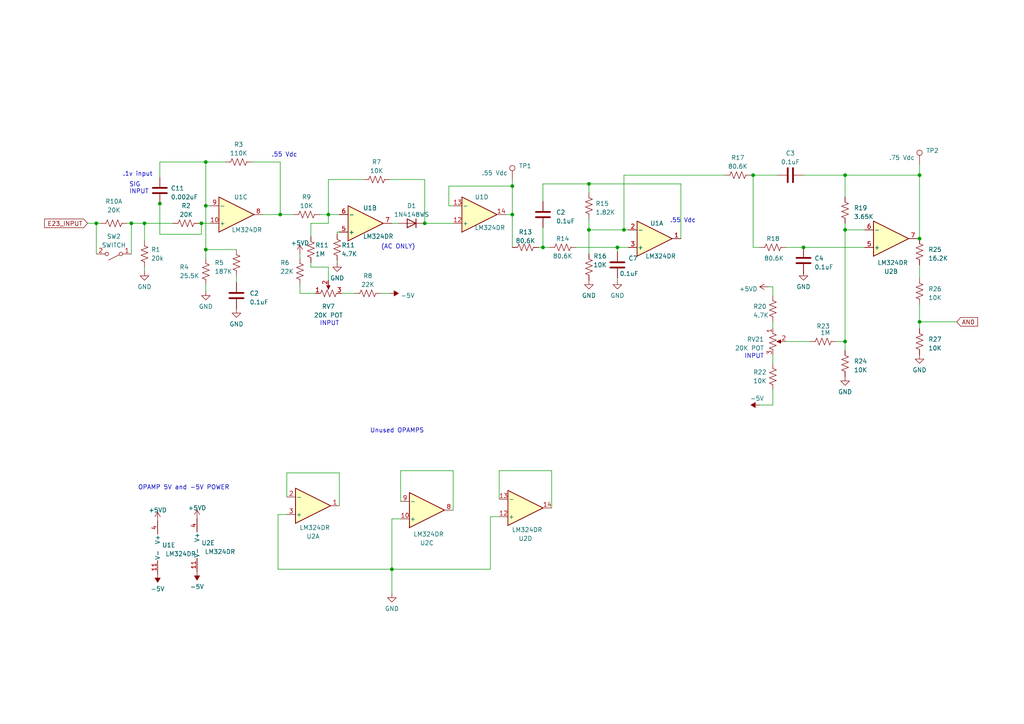
<source format=kicad_sch>
(kicad_sch (version 20231120) (generator "eeschema") (generator_version "8.0")
  (paper "A4")
  (title_block (title "Current Monitoring System (Bottom Board)") (date "2024-03-05") (rev "C1.04") (company "Secured Solutions Group") (comment 1 "David Nguyen") (comment 2 "david@securedsolutionsgroup.com") (comment 3 "(909)-896-1654"))
  (lib_symbols
    (symbol "Amplifier_Operational:LM324" (pin_names (offset 0.127))
      (property "Reference" "U" (at 0 5.08 0))
      (property "Value" "LM324" (at 0 -5.08 0))
      (symbol "LM324_1_1"
        (polyline (pts (xy -5.08 5.08) (xy 5.08 0) (xy -5.08 -5.08) (xy -5.08 5.08)) (stroke (width 0.254)) (fill (type background)))
        (pin output line (at 7.62 0 180) (length 2.54) (name "~") (number "1"))
        (pin input line (at -7.62 -2.54 0) (length 2.54) (name "-") (number "2"))
        (pin input line (at -7.62 2.54 0) (length 2.54) (name "+") (number "3"))
      )
      (symbol "LM324_2_1"
        (polyline (pts (xy -5.08 5.08) (xy 5.08 0) (xy -5.08 -5.08) (xy -5.08 5.08)) (stroke (width 0.254)) (fill (type background)))
        (pin input line (at -7.62 2.54 0) (length 2.54) (name "+") (number "5"))
        (pin input line (at -7.62 -2.54 0) (length 2.54) (name "-") (number "6"))
        (pin output line (at 7.62 0 180) (length 2.54) (name "~") (number "7"))
      )
      (symbol "LM324_3_1"
        (polyline (pts (xy -5.08 5.08) (xy 5.08 0) (xy -5.08 -5.08) (xy -5.08 5.08)) (stroke (width 0.254)) (fill (type background)))
        (pin input line (at -7.62 2.54 0) (length 2.54) (name "+") (number "10"))
        (pin output line (at 7.62 0 180) (length 2.54) (name "~") (number "8"))
        (pin input line (at -7.62 -2.54 0) (length 2.54) (name "-") (number "9"))
      )
      (symbol "LM324_4_1"
        (polyline (pts (xy -5.08 5.08) (xy 5.08 0) (xy -5.08 -5.08) (xy -5.08 5.08)) (stroke (width 0.254)) (fill (type background)))
        (pin input line (at -7.62 2.54 0) (length 2.54) (name "+") (number "12"))
        (pin input line (at -7.62 -2.54 0) (length 2.54) (name "-") (number "13"))
        (pin output line (at 7.62 0 180) (length 2.54) (name "~") (number "14"))
      )
      (symbol "LM324_5_1"
        (pin power_in line (at -2.54 -7.62 90) (length 3.81) (name "V-") (number "11"))
        (pin power_in line (at -2.54 7.62 270) (length 3.81) (name "V+") (number "4"))
      )
    )
    (symbol "Connector:TestPoint" (pin_numbers hide) (pin_names (offset 0.762) hide)
      (property "Reference" "TP" (at 0 6.858 0))
      (property "Value" "TestPoint" (at 0 5.08 0))
      (symbol "TestPoint_0_1"
        (circle (center 0 3.302) (radius 0.762))
      )
      (symbol "TestPoint_1_1"
        (pin passive line (at 0 0 90) (length 2.54) (name "1") (number "1"))
      )
    )
    (symbol "Device:C" (pin_numbers hide) (pin_names (offset 0.254))
      (property "Reference" "C" (at 0.635 2.54 0))
      (property "Value" "C" (at 0.635 -2.54 0))
      (symbol "C_0_1"
        (polyline (pts (xy -2.032 -0.762) (xy 2.032 -0.762)) (stroke (width 0.508)))
        (polyline (pts (xy -2.032 0.762) (xy 2.032 0.762)) (stroke (width 0.508)))
      )
      (symbol "C_1_1"
        (pin passive line (at 0 3.81 270) (length 2.794) (name "~") (number "1"))
        (pin passive line (at 0 -3.81 90) (length 2.794) (name "~") (number "2"))
      )
    )
    (symbol "Device:R_Potentiometer_US" (pin_names (offset 1.016) hide)
      (property "Reference" "RV" (at -4.445 0 90))
      (property "Value" "R_Potentiometer_US" (at -2.54 0 90))
      (symbol "R_Potentiometer_US_0_1"
        (polyline (pts (xy 0 -2.286) (xy 0 -2.54)))
        (polyline (pts (xy 0 2.54) (xy 0 2.286)))
        (polyline (pts (xy 2.54 0) (xy 1.524 0)))
        (polyline (pts (xy 1.143 0) (xy 2.286 0.508) (xy 2.286 -0.508) (xy 1.143 0)) (fill (type outline)))
        (polyline (pts (xy 0 -0.762) (xy 1.016 -1.143) (xy 0 -1.524) (xy -1.016 -1.905) (xy 0 -2.286)))
        (polyline (pts (xy 0 0.762) (xy 1.016 0.381) (xy 0 0) (xy -1.016 -0.381) (xy 0 -0.762)))
        (polyline (pts (xy 0 2.286) (xy 1.016 1.905) (xy 0 1.524) (xy -1.016 1.143) (xy 0 0.762)))
      )
      (symbol "R_Potentiometer_US_1_1"
        (pin passive line (at 0 3.81 270) (length 1.27) (name "1") (number "1"))
        (pin passive line (at 3.81 0 180) (length 1.27) (name "2") (number "2"))
        (pin passive line (at 0 -3.81 90) (length 1.27) (name "3") (number "3"))
      )
    )
    (symbol "Device:R_US" (pin_numbers hide) (pin_names (offset 0))
      (property "Reference" "R" (at 2.54 0 90))
      (property "Value" "R_US" (at -2.54 0 90))
      (symbol "R_US_0_1"
        (polyline (pts (xy 0 -2.286) (xy 0 -2.54)))
        (polyline (pts (xy 0 2.286) (xy 0 2.54)))
        (polyline (pts (xy 0 -0.762) (xy 1.016 -1.143) (xy 0 -1.524) (xy -1.016 -1.905) (xy 0 -2.286)))
        (polyline (pts (xy 0 0.762) (xy 1.016 0.381) (xy 0 0) (xy -1.016 -0.381) (xy 0 -0.762)))
        (polyline (pts (xy 0 2.286) (xy 1.016 1.905) (xy 0 1.524) (xy -1.016 1.143) (xy 0 0.762)))
      )
      (symbol "R_US_1_1"
        (pin passive line (at 0 3.81 270) (length 1.27) (name "~") (number "1"))
        (pin passive line (at 0 -3.81 90) (length 1.27) (name "~") (number "2"))
      )
    )
    (symbol "Diode:1N914" (pin_numbers hide) (pin_names hide)
      (property "Reference" "D" (at 0 2.54 0))
      (property "Value" "1N914" (at 0 -2.54 0))
      (symbol "1N914_0_1"
        (polyline (pts (xy -1.27 1.27) (xy -1.27 -1.27)) (stroke (width 0.254)))
        (polyline (pts (xy 1.27 0) (xy -1.27 0)))
        (polyline (pts (xy 1.27 1.27) (xy 1.27 -1.27) (xy -1.27 0) (xy 1.27 1.27)) (stroke (width 0.254)))
      )
      (symbol "1N914_1_1"
        (pin passive line (at -3.81 0 0) (length 2.54) (name "K") (number "1"))
        (pin passive line (at 3.81 0 180) (length 2.54) (name "A") (number "2"))
      )
    )
    (symbol "Switch:SW_SPST" (pin_names (offset 0) hide)
      (property "Reference" "SW" (at 0 3.175 0))
      (property "Value" "SW_SPST" (at 0 -2.54 0))
      (symbol "SW_SPST_0_0"
        (circle (center -2.032 0) (radius 0.508))
        (polyline (pts (xy -1.524 0.254) (xy 1.524 1.778)))
        (circle (center 2.032 0) (radius 0.508))
      )
      (symbol "SW_SPST_1_1"
        (pin passive line (at -5.08 0 0) (length 2.54) (name "A") (number "1"))
        (pin passive line (at 5.08 0 180) (length 2.54) (name "B") (number "2"))
      )
    )
    (symbol "power:+5VD" (power) (pin_names (offset 0))
      (property "Value" "+5VD" (at 0 3.556 0))
      (symbol "+5VD_0_1"
        (polyline (pts (xy -0.762 1.27) (xy 0 2.54)))
        (polyline (pts (xy 0 0) (xy 0 2.54)))
        (polyline (pts (xy 0 2.54) (xy 0.762 1.27)))
      )
      (symbol "+5VD_1_1"
        (pin power_in line (at 0 0 90) (length 0) hide (name "+5VD") (number "1"))
      )
    )
    (symbol "power:-5V" (power) (pin_names (offset 0))
      (property "Value" "-5V" (at 0 3.81 0))
      (symbol "-5V_0_0"
        (pin power_in line (at 0 0 90) (length 0) hide (name "-5V") (number "1"))
      )
      (symbol "-5V_0_1"
        (polyline (pts (xy 0 0) (xy 0 1.27) (xy 0.762 1.27) (xy 0 2.54) (xy -0.762 1.27) (xy 0 1.27)) (fill (type outline)))
      )
    )
    (symbol "power:GND" (power) (pin_names (offset 0))
      (property "Value" "GND" (at 0 -3.81 0))
      (symbol "GND_0_1"
        (polyline (pts (xy 0 0) (xy 0 -1.27) (xy 1.27 -1.27) (xy 0 -2.54) (xy -1.27 -1.27) (xy 0 -1.27)))
      )
      (symbol "GND_1_1"
        (pin power_in line (at 0 0 270) (length 0) hide (name "GND") (number "1"))
      )
    )
  )
  (junction (at 245.11 66.675))
  (junction (at 81.28 62.23))
  (junction (at 95.25 62.23))
  (junction (at 123.19 64.77))
  (junction (at 58.42 64.77))
  (junction (at 233.045 71.755))
  (junction (at 157.48 71.755))
  (junction (at 266.7 93.345))
  (junction (at 266.7 50.8))
  (junction (at 46.355 59.055))
  (junction (at 170.815 66.675))
  (junction (at 59.69 46.99))
  (junction (at 59.69 59.69))
  (junction (at 148.59 62.23))
  (junction (at 113.665 165.1))
  (junction (at 245.11 99.06))
  (junction (at 266.7 69.215))
  (junction (at 59.69 72.39))
  (junction (at 245.11 50.8))
  (junction (at 218.44 50.8))
  (junction (at 38.1 64.77))
  (junction (at 41.91 64.77))
  (junction (at 170.815 53.34))
  (junction (at 180.975 66.675))
  (junction (at 148.59 53.975))
  (junction (at 27.94 64.77))
  (junction (at 179.07 71.755))
  (wire (pts (xy 245.11 66.675) (xy 245.11 99.06)))
  (wire (pts (xy 46.355 46.99) (xy 46.355 51.435)))
  (wire (pts (xy 57.785 64.77) (xy 58.42 64.77)))
  (wire (pts (xy 83.185 144.145) (xy 83.185 137.16)))
  (wire (pts (xy 233.045 79.375) (xy 233.045 78.74)))
  (wire (pts (xy 179.07 71.755) (xy 179.07 73.025)))
  (wire (pts (xy 220.345 71.755) (xy 218.44 71.755)))
  (wire (pts (xy 210.185 50.8) (xy 180.975 50.8)))
  (wire (pts (xy 86.995 82.55) (xy 86.995 85.09)))
  (wire (pts (xy 116.205 145.415) (xy 116.205 136.525)))
  (wire (pts (xy 220.345 117.475) (xy 224.155 117.475)))
  (wire (pts (xy 59.69 46.99) (xy 46.355 46.99)))
  (wire (pts (xy 27.94 64.77) (xy 27.94 73.66)))
  (wire (pts (xy 180.975 66.675) (xy 182.245 66.675)))
  (wire (pts (xy 38.1 64.77) (xy 38.1 73.66)))
  (wire (pts (xy 113.03 52.07) (xy 123.19 52.07)))
  (wire (pts (xy 222.885 83.185) (xy 224.155 83.185)))
  (wire (pts (xy 130.175 59.69) (xy 131.445 59.69)))
  (wire (pts (xy 41.91 64.77) (xy 50.165 64.77)))
  (wire (pts (xy 218.44 50.8) (xy 217.805 50.8)))
  (wire (pts (xy 224.155 117.475) (xy 224.155 113.03)))
  (wire (pts (xy 25.4 64.77) (xy 27.94 64.77)))
  (wire (pts (xy 59.69 59.69) (xy 59.69 46.99)))
  (wire (pts (xy 245.11 64.77) (xy 245.11 66.675)))
  (wire (pts (xy 58.42 67.945) (xy 58.42 64.77)))
  (wire (pts (xy 59.69 46.99) (xy 65.405 46.99)))
  (wire (pts (xy 95.25 64.77) (xy 95.25 62.23)))
  (wire (pts (xy 245.11 50.8) (xy 266.7 50.8)))
  (wire (pts (xy 83.185 137.16) (xy 98.425 137.16)))
  (wire (pts (xy 116.205 150.495) (xy 113.665 150.495)))
  (wire (pts (xy 95.25 77.47) (xy 95.25 81.28)))
  (wire (pts (xy 113.665 64.77) (xy 115.57 64.77)))
  (wire (pts (xy 38.1 64.77) (xy 41.91 64.77)))
  (wire (pts (xy 131.445 136.525) (xy 131.445 147.955)))
  (wire (pts (xy 46.355 67.945) (xy 58.42 67.945)))
  (wire (pts (xy 59.69 72.39) (xy 68.58 72.39)))
  (wire (pts (xy 218.44 50.8) (xy 218.44 71.755)))
  (wire (pts (xy 97.79 75.565) (xy 97.79 76.2)))
  (wire (pts (xy 277.495 93.345) (xy 266.7 93.345)))
  (wire (pts (xy 245.11 99.06) (xy 245.11 101.6)))
  (wire (pts (xy 148.59 52.07) (xy 148.59 53.975)))
  (wire (pts (xy 266.7 88.265) (xy 266.7 93.345)))
  (wire (pts (xy 59.69 59.69) (xy 59.69 72.39)))
  (wire (pts (xy 160.02 136.525) (xy 160.02 147.32)))
  (wire (pts (xy 46.355 58.42) (xy 46.355 59.055)))
  (wire (pts (xy 81.28 62.23) (xy 85.09 62.23)))
  (wire (pts (xy 180.975 50.8) (xy 180.975 66.675)))
  (wire (pts (xy 157.48 53.34) (xy 157.48 58.42)))
  (wire (pts (xy 92.71 62.23) (xy 95.25 62.23)))
  (wire (pts (xy 142.24 149.86) (xy 142.24 165.1)))
  (wire (pts (xy 27.94 64.77) (xy 29.21 64.77)))
  (wire (pts (xy 86.995 73.66) (xy 86.995 74.93)))
  (wire (pts (xy 130.175 53.975) (xy 130.175 59.69)))
  (wire (pts (xy 46.355 59.055) (xy 46.355 67.945)))
  (wire (pts (xy 105.41 52.07) (xy 95.25 52.07)))
  (wire (pts (xy 68.58 80.01) (xy 68.58 81.915)))
  (wire (pts (xy 146.685 62.23) (xy 148.59 62.23)))
  (wire (pts (xy 110.49 85.09) (xy 113.03 85.09)))
  (wire (pts (xy 95.25 52.07) (xy 95.25 62.23)))
  (wire (pts (xy 86.995 85.09) (xy 91.44 85.09)))
  (wire (pts (xy 233.045 71.755) (xy 250.825 71.755)))
  (wire (pts (xy 58.42 64.77) (xy 60.96 64.77)))
  (wire (pts (xy 266.7 50.8) (xy 266.7 69.215)))
  (wire (pts (xy 224.155 102.87) (xy 224.155 105.41)))
  (wire (pts (xy 144.78 136.525) (xy 160.02 136.525)))
  (wire (pts (xy 99.06 85.09) (xy 102.87 85.09)))
  (wire (pts (xy 98.425 137.16) (xy 98.425 146.685)))
  (wire (pts (xy 148.59 62.23) (xy 148.59 71.755)))
  (wire (pts (xy 170.815 63.5) (xy 170.815 66.675)))
  (wire (pts (xy 156.21 71.755) (xy 157.48 71.755)))
  (wire (pts (xy 41.91 69.85) (xy 41.91 64.77)))
  (wire (pts (xy 242.57 99.06) (xy 245.11 99.06)))
  (wire (pts (xy 113.665 150.495) (xy 113.665 165.1)))
  (wire (pts (xy 59.69 72.39) (xy 59.69 74.93)))
  (wire (pts (xy 233.045 50.8) (xy 245.11 50.8)))
  (wire (pts (xy 266.7 47.625) (xy 266.7 50.8)))
  (wire (pts (xy 90.17 64.77) (xy 95.25 64.77)))
  (wire (pts (xy 59.69 59.69) (xy 60.96 59.69)))
  (wire (pts (xy 81.28 46.99) (xy 81.28 62.23)))
  (wire (pts (xy 148.59 53.975) (xy 130.175 53.975)))
  (wire (pts (xy 59.69 82.55) (xy 59.69 84.455)))
  (wire (pts (xy 73.025 46.99) (xy 81.28 46.99)))
  (wire (pts (xy 157.48 71.755) (xy 159.385 71.755)))
  (wire (pts (xy 144.78 144.78) (xy 144.78 136.525)))
  (wire (pts (xy 116.205 136.525) (xy 131.445 136.525)))
  (wire (pts (xy 245.11 50.8) (xy 245.11 57.15)))
  (wire (pts (xy 157.48 66.04) (xy 157.48 71.755)))
  (wire (pts (xy 123.19 64.77) (xy 131.445 64.77)))
  (wire (pts (xy 80.645 149.225) (xy 80.645 165.1)))
  (wire (pts (xy 218.44 50.8) (xy 225.425 50.8)))
  (wire (pts (xy 197.485 69.215) (xy 197.485 53.34)))
  (wire (pts (xy 123.19 52.07) (xy 123.19 64.77)))
  (wire (pts (xy 179.07 71.755) (xy 182.245 71.755)))
  (wire (pts (xy 266.7 76.835) (xy 266.7 80.645)))
  (wire (pts (xy 233.045 71.755) (xy 227.965 71.755)))
  (wire (pts (xy 266.7 93.345) (xy 266.7 95.25)))
  (wire (pts (xy 41.91 77.47) (xy 41.91 78.74)))
  (wire (pts (xy 148.59 62.23) (xy 148.59 53.975)))
  (wire (pts (xy 113.665 172.085) (xy 113.665 165.1)))
  (wire (pts (xy 227.965 99.06) (xy 234.95 99.06)))
  (wire (pts (xy 97.79 67.31) (xy 98.425 67.31)))
  (wire (pts (xy 197.485 53.34) (xy 170.815 53.34)))
  (wire (pts (xy 170.815 55.88) (xy 170.815 53.34)))
  (wire (pts (xy 266.065 69.215) (xy 266.7 69.215)))
  (wire (pts (xy 179.07 80.645) (xy 179.07 81.28)))
  (wire (pts (xy 83.185 149.225) (xy 80.645 149.225)))
  (wire (pts (xy 170.815 66.675) (xy 170.815 73.66)))
  (wire (pts (xy 81.28 62.23) (xy 76.2 62.23)))
  (wire (pts (xy 90.17 68.58) (xy 90.17 64.77)))
  (wire (pts (xy 80.645 165.1) (xy 113.665 165.1)))
  (wire (pts (xy 113.665 165.1) (xy 142.24 165.1)))
  (wire (pts (xy 167.005 71.755) (xy 179.07 71.755)))
  (wire (pts (xy 245.11 66.675) (xy 250.825 66.675)))
  (wire (pts (xy 90.17 77.47) (xy 95.25 77.47)))
  (wire (pts (xy 157.48 53.34) (xy 170.815 53.34)))
  (wire (pts (xy 142.24 149.86) (xy 144.78 149.86)))
  (wire (pts (xy 170.815 66.675) (xy 180.975 66.675)))
  (wire (pts (xy 97.79 67.945) (xy 97.79 67.31)))
  (wire (pts (xy 95.25 62.23) (xy 98.425 62.23)))
  (wire (pts (xy 36.83 64.77) (xy 38.1 64.77)))
  (wire (pts (xy 224.155 83.185) (xy 224.155 85.725)))
  (wire (pts (xy 224.155 93.345) (xy 224.155 95.25)))
  (wire (pts (xy 90.17 77.47) (xy 90.17 76.2)))
  (text "Unused OPAMPS" (at 107.315 125.73 0) (effects (font (size 1.27 1.27)) (justify left bottom)))
  (text "(AC ONLY)" (at 110.49 72.39 0) (effects (font (size 1.27 1.27)) (justify left bottom)))
  (text ".55 Vdc\n" (at 194.31 64.77 0) (effects (font (size 1.27 1.27)) (justify left bottom)))
  (text "INPUT" (at 92.71 94.615 0) (effects (font (size 1.27 1.27)) (justify left bottom)))
  (text "INPUT" (at 215.9 104.14 0) (effects (font (size 1.27 1.27)) (justify left bottom)))
  (text "SIG\nINPUT" (at 37.465 56.388 0) (effects (font (size 1.27 1.27)) (justify left bottom)))
  (text "OPAMP 5V and -5V POWER" (at 40.005 142.24 0) (effects (font (size 1.27 1.27)) (justify left bottom)))
  (text ".1v input\n" (at 35.56 51.308 0) (effects (font (size 1.27 1.27)) (justify left bottom)))
  (text ".55 Vdc\n" (at 78.74 45.72 0) (effects (font (size 1.27 1.27)) (justify left bottom)))
  (global_label "E23_INPUT" (shape input) (at 25.4 64.77 180) (property "Intersheetrefs" "${INTERSHEET_REFS}" (effects (hide yes))))
  (global_label "AN0" (shape input) (at 277.495 93.345 0) (property "Intersheetrefs" "${INTERSHEET_REFS}" (effects (hide yes))))
  (symbol (lib_id "Device:C") (at 157.48 62.23 0) (unit 1)
    (property "Reference" "C2" (at 161.29 61.595 0) (effects (justify left)))
    (property "Value" "0.1uF" (at 161.29 64.135 0) (effects (justify left)))
    (property "Footprint" "Capacitor_SMD:C_0603_1608Metric" (effects (hide yes)))
    (instances (project "Hardware_Filter_SSS" (path "" (reference "C2") (unit 1))) (project "Bottom_Board" (path "" (reference "C3") (unit 1))))
  )
  (symbol (lib_id "power:GND") (at 113.665 172.085 0) (unit 1)
    (property "Reference" "#PWR014" (effects (hide yes)))
    (property "Value" "GND" (at 113.665 176.53 0))
    (instances (project "Hardware_Filter_SSS" (path "" (reference "#PWR014") (unit 1))) (project "Bottom_Board" (path "" (reference "#PWR035") (unit 1))))
  )
  (symbol (lib_id "Device:R_US") (at 266.7 99.06 180) (unit 1)
    (property "Reference" "R27" (at 269.24 98.425 0) (effects (justify right)))
    (property "Value" "10K" (at 269.24 100.965 0) (effects (justify right)))
    (property "Footprint" "Resistor_SMD:R_0603_1608Metric" (effects (hide yes)))
    (instances (project "Hardware_Filter_SSS" (path "" (reference "R27") (unit 1))) (project "Bottom_Board" (path "" (reference "R19") (unit 1))))
  )
  (symbol (lib_id "power:+5VD") (at 86.995 73.66 0) (unit 1)
    (property "Reference" "#PWR026" (effects (hide yes)))
    (property "Value" "+5VD" (at 86.995 70.485 0))
  )
  (symbol (lib_id "Device:R_US") (at 90.17 72.39 0) (unit 1)
    (property "Reference" "R11" (at 91.44 71.12 0) (effects (justify left)))
    (property "Value" "1M" (at 91.44 73.66 0) (effects (justify left)))
    (property "Footprint" "Resistor_SMD:R_0603_1608Metric" (effects (hide yes)))
    (instances (project "Hardware_Filter_SSS" (path "" (reference "R11") (unit 1))) (project "Bottom_Board" (path "" (reference "R14") (unit 1))))
  )
  (symbol (lib_id "Device:R_US") (at 109.22 52.07 90) (unit 1)
    (property "Reference" "R7" (at 109.22 46.99 90))
    (property "Value" "10K" (at 109.22 49.53 90))
    (property "Footprint" "Resistor_SMD:R_0603_1608Metric" (effects (hide yes)))
    (instances (project "Hardware_Filter_SSS" (path "" (reference "R7") (unit 1))) (project "Bottom_Board" (path "" (reference "R13") (unit 1))))
  )
  (symbol (lib_id "Switch:SW_SPST") (at 33.02 73.66 180) (unit 1)
    (property "Reference" "SW2" (at 33.02 68.58 0))
    (property "Value" "SWITCH" (at 33.02 71.12 0))
    (property "Description" "Single Pole Single Throw (SPST) switch" (effects (hide yes)))
  )
  (symbol (lib_id "power:-5V") (at 220.345 117.475 90) (unit 1)
    (property "Reference" "#PWR016" (effects (hide yes)))
    (property "Value" "-5V" (at 221.615 115.57 90) (effects (justify left)))
    (instances (project "Hardware_Filter_SSS" (path "" (reference "#PWR016") (unit 1))) (project "Bottom_Board" (path "" (reference "#PWR019") (unit 1))))
  )
  (symbol (lib_id "Device:R_US") (at 88.9 62.23 90) (unit 1)
    (property "Reference" "R9" (at 88.9 57.15 90))
    (property "Value" "10K" (at 88.9 59.69 90))
    (property "Footprint" "Resistor_SMD:R_0603_1608Metric" (effects (hide yes)))
    (instances (project "Hardware_Filter_SSS" (path "" (reference "R9") (unit 1))) (project "Bottom_Board" (path "" (reference "R12") (unit 1))))
  )
  (symbol (lib_id "Amplifier_Operational:LM324") (at 106.045 64.77 0) (mirror x) (unit 2)
    (property "Reference" "U1" (at 107.315 60.325 0))
    (property "Value" " LM324DR" (at 109.22 68.58 0))
    (property "Footprint" "Package_SO:SOIC-14_3.9x8.7mm_P1.27mm" (effects (hide yes)))
    (property "Datasheet" "http://www.ti.com/lit/ds/symlink/lm2902-n.pdf" (effects (hide yes)))
  )
  (symbol (lib_id "power:GND") (at 41.91 78.74 0) (unit 1)
    (property "Reference" "#PWR05" (effects (hide yes)))
    (property "Value" "GND" (at 41.91 83.185 0))
    (instances (project "Hardware_Filter_SSS" (path "" (reference "#PWR05") (unit 1))) (project "Bottom_Board" (path "" (reference "#PWR020") (unit 1))))
  )
  (symbol (lib_id "Amplifier_Operational:LM324") (at 258.445 69.215 0) (mirror x) (unit 2)
    (property "Reference" "U2" (at 258.445 78.74 0))
    (property "Value" " LM324DR" (at 258.445 76.2 0))
    (property "Footprint" "Package_SO:SOIC-14_3.9x8.7mm_P1.27mm" (effects (hide yes)))
    (property "Datasheet" "http://www.ti.com/lit/ds/symlink/lm2902-n.pdf" (effects (hide yes)))
  )
  (symbol (lib_id "Amplifier_Operational:LM324") (at 90.805 146.685 0) (mirror x) (unit 1)
    (property "Reference" "U2" (at 90.805 155.575 0))
    (property "Value" " LM324DR" (at 90.805 153.035 0))
    (property "Footprint" "Package_SO:SOIC-14_3.9x8.7mm_P1.27mm" (effects (hide yes)))
    (property "Datasheet" "http://www.ti.com/lit/ds/symlink/lm2902-n.pdf" (effects (hide yes)))
  )
  (symbol (lib_id "Device:R_US") (at 106.68 85.09 90) (unit 1)
    (property "Reference" "R8" (at 106.68 80.01 90))
    (property "Value" "22K" (at 106.68 82.55 90))
    (property "Footprint" "Resistor_SMD:R_0603_1608Metric" (effects (hide yes)))
    (instances (project "Hardware_Filter_SSS" (path "" (reference "R8") (unit 1))) (project "Bottom_Board" (path "" (reference "R18") (unit 1))))
  )
  (symbol (lib_id "Device:R_Potentiometer_US") (at 224.155 99.06 0) (unit 1)
    (property "Reference" "RV21" (at 221.615 98.425 0) (effects (justify right)))
    (property "Value" "20K POT" (at 221.615 100.965 0) (effects (justify right)))
    (property "Footprint" "bot_lib:Potentiometer_Bourns_3386P_Vertical" (effects (hide yes)))
    (instances (project "Hardware_Filter_SSS" (path "" (reference "RV21") (unit 1))) (project "Bottom_Board" (path "" (reference "RV1") (unit 1))))
  )
  (symbol (lib_id "Diode:1N914") (at 119.38 64.77 180) (unit 1)
    (property "Reference" "D1" (at 119.38 59.69 0))
    (property "Value" "1N4148WS" (at 119.38 62.23 0))
    (property "Footprint" "bot_lib:Diode_1N4148WS" (effects (hide yes)))
    (property "Datasheet" "http://www.vishay.com/docs/85622/1n914.pdf" (effects (hide yes)))
    (property "Sim.Device" "D" (effects (hide yes)))
    (property "Sim.Pins" "1=K 2=A" (effects (hide yes)))
  )
  (symbol (lib_id "Amplifier_Operational:LM324") (at 68.58 62.23 0) (mirror x) (unit 3)
    (property "Reference" "U1" (at 69.85 57.15 0))
    (property "Value" " LM324DR" (at 71.12 66.675 0))
    (property "Footprint" "Package_SO:SOIC-14_3.9x8.7mm_P1.27mm" (effects (hide yes)))
    (property "Datasheet" "http://www.ti.com/lit/ds/symlink/lm2902-n.pdf" (effects (hide yes)))
  )
  (symbol (lib_id "power:GND") (at 179.07 81.28 0) (unit 1)
    (property "Reference" "#PWR013" (effects (hide yes)))
    (property "Value" "GND" (at 179.07 85.725 0))
    (instances (project "Hardware_Filter_SSS" (path "" (reference "#PWR013") (unit 1))) (project "Bottom_Board" (path "" (reference "#PWR032") (unit 1))))
  )
  (symbol (lib_id "Device:R_US") (at 245.11 60.96 180) (unit 1)
    (property "Reference" "R19" (at 247.65 60.325 0) (effects (justify right)))
    (property "Value" "3.65K" (at 247.65 62.865 0) (effects (justify right)))
    (property "Footprint" "Resistor_SMD:R_0603_1608Metric" (effects (hide yes)))
    (instances (project "Hardware_Filter_SSS" (path "" (reference "R19") (unit 1))) (project "Bottom_Board" (path "" (reference "R25") (unit 1))))
  )
  (symbol (lib_id "Connector:TestPoint") (at 266.7 47.625 0) (unit 1)
    (property "Reference" "TP2" (at 268.605 43.688 0) (effects (justify left)))
    (property "Value" ".75 Vdc" (at 257.81 45.72 0) (effects (justify left)))
    (property "Footprint" "TestPoint:TestPoint_Loop_D2.54mm_Drill1.5mm_Beaded" (effects (hide yes)))
  )
  (symbol (lib_id "Device:R_US") (at 224.155 109.22 180) (unit 1)
    (property "Reference" "R22" (at 218.44 107.95 0) (effects (justify right)))
    (property "Value" "10K" (at 218.44 110.49 0) (effects (justify right)))
    (property "Footprint" "Resistor_SMD:R_0603_1608Metric" (effects (hide yes)))
    (instances (project "Hardware_Filter_SSS" (path "" (reference "R22") (unit 1))) (project "Bottom_Board" (path "" (reference "R17") (unit 1))))
  )
  (symbol (lib_id "Amplifier_Operational:LM324") (at 139.065 62.23 0) (mirror x) (unit 4)
    (property "Reference" "U1" (at 139.7 57.15 0))
    (property "Value" " LM324DR" (at 141.605 66.04 0))
    (property "Footprint" "Package_SO:SOIC-14_3.9x8.7mm_P1.27mm" (effects (hide yes)))
    (property "Datasheet" "http://www.ti.com/lit/ds/symlink/lm2902-n.pdf" (effects (hide yes)))
  )
  (symbol (lib_id "Device:R_US") (at 53.975 64.77 90) (unit 1)
    (property "Reference" "R2" (at 53.975 59.69 90))
    (property "Value" "20K" (at 53.975 62.23 90))
    (property "Footprint" "Resistor_SMD:R_0603_1608Metric" (effects (hide yes)))
    (instances (project "Hardware_Filter_SSS" (path "" (reference "R2") (unit 1))) (project "Bottom_Board" (path "" (reference "R11") (unit 1))))
  )
  (symbol (lib_id "power:+5VD") (at 57.15 150.495 0) (unit 1)
    (property "Reference" "#PWR033" (effects (hide yes)))
    (property "Value" "+5VD" (at 57.15 147.32 0))
  )
  (symbol (lib_id "power:GND") (at 68.58 89.535 0) (unit 1)
    (property "Reference" "#PWR08" (effects (hide yes)))
    (property "Value" "GND" (at 68.58 93.98 0))
    (instances (project "Hardware_Filter_SSS" (path "" (reference "#PWR08") (unit 1))) (project "Bottom_Board" (path "" (reference "#PWR024") (unit 1))))
  )
  (symbol (lib_id "Device:R_US") (at 68.58 76.2 0) (unit 1)
    (property "Reference" "R5" (at 62.23 76.2 0) (effects (justify left)))
    (property "Value" "187K" (at 62.23 78.74 0) (effects (justify left)))
    (property "Footprint" "Resistor_SMD:R_0603_1608Metric" (effects (hide yes)))
    (instances (project "Hardware_Filter_SSS" (path "" (reference "R5") (unit 1))) (project "Bottom_Board" (path "" (reference "R1") (unit 1))))
  )
  (symbol (lib_id "power:GND") (at 266.7 102.87 0) (unit 1)
    (property "Reference" "#PWR014" (effects (hide yes)))
    (property "Value" "GND" (at 266.7 107.315 0))
    (instances (project "Hardware_Filter_SSS" (path "" (reference "#PWR014") (unit 1))) (project "Bottom_Board" (path "" (reference "#PWR025") (unit 1))))
  )
  (symbol (lib_id "Device:R_US") (at 69.215 46.99 90) (unit 1)
    (property "Reference" "R3" (at 69.215 41.91 90))
    (property "Value" "110K" (at 69.215 44.45 90))
    (property "Footprint" "Resistor_SMD:R_0603_1608Metric" (effects (hide yes)))
    (instances (project "Hardware_Filter_SSS" (path "" (reference "R3") (unit 1))) (project "Bottom_Board" (path "" (reference "R15") (unit 1))))
  )
  (symbol (lib_id "Amplifier_Operational:LM324") (at 189.865 69.215 0) (mirror x) (unit 1)
    (property "Reference" "U1" (at 190.5 64.77 0))
    (property "Value" " LM324DR" (at 191.135 74.295 0))
    (property "Footprint" "Package_SO:SOIC-14_3.9x8.7mm_P1.27mm" (effects (hide yes)))
    (property "Datasheet" "http://www.ti.com/lit/ds/symlink/lm2902-n.pdf" (effects (hide yes)))
  )
  (symbol (lib_id "Device:C") (at 233.045 75.565 180) (unit 1)
    (property "Reference" "C4" (at 236.22 74.93 0) (effects (justify right)))
    (property "Value" "0.1uF" (at 236.22 77.47 0) (effects (justify right)))
    (property "Footprint" "Capacitor_SMD:C_0603_1608Metric" (effects (hide yes)))
    (instances (project "Hardware_Filter_SSS" (path "" (reference "C4") (unit 1))) (project "Bottom_Board" (path "" (reference "C7") (unit 1))))
  )
  (symbol (lib_id "Device:R_US") (at 163.195 71.755 90) (unit 1)
    (property "Reference" "R14" (at 163.195 69.215 90))
    (property "Value" "80.6K" (at 163.195 74.295 90))
    (property "Footprint" "Resistor_SMD:R_0603_1608Metric" (effects (hide yes)))
    (instances (project "Hardware_Filter_SSS" (path "" (reference "R14") (unit 1))) (project "Bottom_Board" (path "" (reference "R7") (unit 1))))
  )
  (symbol (lib_id "Device:R_US") (at 224.155 89.535 180) (unit 1)
    (property "Reference" "R20" (at 218.44 88.9 0) (effects (justify right)))
    (property "Value" "4.7K" (at 218.44 91.44 0) (effects (justify right)))
    (property "Footprint" "Resistor_SMD:R_0603_1608Metric" (effects (hide yes)))
    (instances (project "Hardware_Filter_SSS" (path "" (reference "R20") (unit 1))) (project "Bottom_Board" (path "" (reference "R6") (unit 1))))
  )
  (symbol (lib_id "Device:R_US") (at 245.11 105.41 180) (unit 1)
    (property "Reference" "R24" (at 247.65 104.775 0) (effects (justify right)))
    (property "Value" "10K" (at 247.65 107.315 0) (effects (justify right)))
    (property "Footprint" "Resistor_SMD:R_0603_1608Metric" (effects (hide yes)))
    (instances (project "Hardware_Filter_SSS" (path "" (reference "R24") (unit 1))) (project "Bottom_Board" (path "" (reference "R23") (unit 1))))
  )
  (symbol (lib_id "Amplifier_Operational:LM324") (at 152.4 147.32 0) (mirror x) (unit 4)
    (property "Reference" "U2" (at 152.4 156.21 0))
    (property "Value" " LM324DR" (at 152.4 153.67 0))
    (property "Footprint" "Package_SO:SOIC-14_3.9x8.7mm_P1.27mm" (effects (hide yes)))
    (property "Datasheet" "http://www.ti.com/lit/ds/symlink/lm2902-n.pdf" (effects (hide yes)))
  )
  (symbol (lib_id "Device:R_US") (at 224.155 71.755 90) (unit 1)
    (property "Reference" "R18" (at 222.25 69.215 90) (effects (justify right)))
    (property "Value" "80.6K" (at 221.615 74.93 90) (effects (justify right)))
    (property "Footprint" "Resistor_SMD:R_0603_1608Metric" (effects (hide yes)))
    (instances (project "Hardware_Filter_SSS" (path "" (reference "R18") (unit 1))) (project "Bottom_Board" (path "" (reference "R20") (unit 1))))
  )
  (symbol (lib_id "Amplifier_Operational:LM324") (at 48.26 158.75 0) (unit 5)
    (property "Reference" "U1" (at 46.99 158.115 0) (effects (justify left)))
    (property "Value" " LM324DR" (at 46.99 160.655 0) (effects (justify left)))
    (property "Footprint" "Package_SO:SOIC-14_3.9x8.7mm_P1.27mm" (effects (hide yes)))
    (property "Datasheet" "http://www.ti.com/lit/ds/symlink/lm2902-n.pdf" (effects (hide yes)))
  )
  (symbol (lib_id "Device:R_US") (at 41.91 73.66 0) (unit 1)
    (property "Reference" "R1" (at 43.815 72.3899 0) (effects (justify left)))
    (property "Value" "20k" (at 43.815 74.9299 0) (effects (justify left)))
    (property "Footprint" "Resistor_SMD:R_0603_1608Metric" (effects (hide yes)))
    (instances (project "Hardware_Filter_SSS" (path "" (reference "R1") (unit 1))) (project "Bottom_Board" (path "" (reference "R10B") (unit 1))))
  )
  (symbol (lib_id "power:GND") (at 245.11 109.22 0) (unit 1)
    (property "Reference" "#PWR017" (effects (hide yes)))
    (property "Value" "GND" (at 245.11 113.665 0))
    (instances (project "Hardware_Filter_SSS" (path "" (reference "#PWR017") (unit 1))) (project "Bottom_Board" (path "" (reference "#PWR023") (unit 1))))
  )
  (symbol (lib_id "power:GND") (at 59.69 84.455 0) (unit 1)
    (property "Reference" "#PWR06" (effects (hide yes)))
    (property "Value" "GND" (at 59.69 88.9 0))
    (instances (project "Hardware_Filter_SSS" (path "" (reference "#PWR06") (unit 1))) (project "Bottom_Board" (path "" (reference "#PWR022") (unit 1))))
  )
  (symbol (lib_id "Amplifier_Operational:LM324") (at 123.825 147.955 0) (mirror x) (unit 3)
    (property "Reference" "U2" (at 123.825 157.48 0))
    (property "Value" " LM324DR" (at 123.825 154.94 0))
    (property "Footprint" "Package_SO:SOIC-14_3.9x8.7mm_P1.27mm" (effects (hide yes)))
    (property "Datasheet" "http://www.ti.com/lit/ds/symlink/lm2902-n.pdf" (effects (hide yes)))
  )
  (symbol (lib_id "Device:R_Potentiometer_US") (at 95.25 85.09 90) (unit 1)
    (property "Reference" "RV7" (at 95.25 88.9 90))
    (property "Value" "20K POT" (at 95.25 91.44 90))
    (property "Footprint" "bot_lib:Potentiometer_Bourns_3386P_Vertical" (effects (hide yes)))
    (instances (project "Hardware_Filter_SSS" (path "" (reference "RV7") (unit 1))) (project "Bottom_Board" (path "" (reference "RV2") (unit 1))))
  )
  (symbol (lib_id "power:GND") (at 170.815 81.28 0) (unit 1)
    (property "Reference" "#PWR012" (effects (hide yes)))
    (property "Value" "GND" (at 170.815 85.725 0))
    (instances (project "Hardware_Filter_SSS" (path "" (reference "#PWR012") (unit 1))) (project "Bottom_Board" (path "" (reference "#PWR029") (unit 1))))
  )
  (symbol (lib_id "power:-5V") (at 113.03 85.09 270) (unit 1)
    (property "Reference" "#PWR010" (effects (hide yes)))
    (property "Value" "-5V" (at 116.205 85.725 90) (effects (justify left)))
    (instances (project "Hardware_Filter_SSS" (path "" (reference "#PWR010") (unit 1))) (project "Bottom_Board" (path "" (reference "#PWR028") (unit 1))))
  )
  (symbol (lib_id "power:-5V") (at 57.15 165.735 180) (unit 1)
    (property "Reference" "#PWR03" (effects (hide yes)))
    (property "Value" "-5V" (at 57.15 170.18 0))
    (instances (project "Hardware_Filter_SSS" (path "" (reference "#PWR03") (unit 1))) (project "Bottom_Board" (path "" (reference "#PWR034") (unit 1))))
  )
  (symbol (lib_id "Device:R_US") (at 238.76 99.06 270) (unit 1)
    (property "Reference" "R23" (at 238.76 94.615 90))
    (property "Value" "1M" (at 239.395 96.52 90))
    (property "Footprint" "Resistor_SMD:R_0603_1608Metric" (effects (hide yes)))
    (instances (project "Hardware_Filter_SSS" (path "" (reference "R23") (unit 1))) (project "Bottom_Board" (path "" (reference "R22") (unit 1))))
  )
  (symbol (lib_id "power:GND") (at 97.79 76.2 0) (unit 1)
    (property "Reference" "#PWR011" (effects (hide yes)))
    (property "Value" "GND" (at 97.79 80.645 0))
    (instances (project "Hardware_Filter_SSS" (path "" (reference "#PWR011") (unit 1))) (project "Bottom_Board" (path "" (reference "#PWR027") (unit 1))))
  )
  (symbol (lib_id "Device:R_US") (at 266.7 73.025 180) (unit 1)
    (property "Reference" "R25" (at 269.24 72.39 0) (effects (justify right)))
    (property "Value" "16.2K" (at 269.24 74.93 0) (effects (justify right)))
    (property "Footprint" "Resistor_SMD:R_0603_1608Metric" (effects (hide yes)))
    (instances (project "Hardware_Filter_SSS" (path "" (reference "R25") (unit 1))) (project "Bottom_Board" (path "" (reference "R24") (unit 1))))
  )
  (symbol (lib_id "power:GND") (at 233.045 78.74 0) (unit 1)
    (property "Reference" "#PWR018" (effects (hide yes)))
    (property "Value" "GND" (at 233.045 83.185 0))
    (instances (project "Hardware_Filter_SSS" (path "" (reference "#PWR018") (unit 1))) (project "Bottom_Board" (path "" (reference "#PWR021") (unit 1))))
  )
  (symbol (lib_id "Amplifier_Operational:LM324") (at 59.69 158.115 0) (unit 5)
    (property "Reference" "U2" (at 58.42 157.48 0) (effects (justify left)))
    (property "Value" " LM324DR" (at 58.42 160.02 0) (effects (justify left)))
    (property "Footprint" "Package_SO:SOIC-14_3.9x8.7mm_P1.27mm" (effects (hide yes)))
    (property "Datasheet" "http://www.ti.com/lit/ds/symlink/lm2902-n.pdf" (effects (hide yes)))
  )
  (symbol (lib_id "Device:R_US") (at 33.02 64.77 90) (unit 1)
    (property "Reference" "R10A" (at 33.02 58.42 90))
    (property "Value" "20K" (at 33.02 60.96 90))
    (property "Footprint" "Resistor_SMD:R_0603_1608Metric" (effects (hide yes)))
  )
  (symbol (lib_id "Device:R_US") (at 213.995 50.8 270) (unit 1)
    (property "Reference" "R17" (at 213.995 45.72 90))
    (property "Value" "80.6K" (at 213.995 48.26 90))
    (property "Footprint" "Resistor_SMD:R_0603_1608Metric" (effects (hide yes)))
    (instances (project "Hardware_Filter_SSS" (path "" (reference "R17") (unit 1))) (project "Bottom_Board" (path "" (reference "R16") (unit 1))))
  )
  (symbol (lib_id "Device:R_US") (at 152.4 71.755 90) (unit 1)
    (property "Reference" "R13" (at 152.4 67.31 90))
    (property "Value" "80.6K" (at 152.4 69.85 90))
    (property "Footprint" "Resistor_SMD:R_0603_1608Metric" (effects (hide yes)))
    (instances (project "Hardware_Filter_SSS" (path "" (reference "R13") (unit 1))) (project "Bottom_Board" (path "" (reference "R5") (unit 1))))
  )
  (symbol (lib_id "Device:R_US") (at 170.815 77.47 0) (unit 1)
    (property "Reference" "R16" (at 172.085 74.295 0) (effects (justify left)))
    (property "Value" "10K" (at 172.085 76.835 0) (effects (justify left)))
    (property "Footprint" "Resistor_SMD:R_0603_1608Metric" (effects (hide yes)))
    (instances (project "Hardware_Filter_SSS" (path "" (reference "R16") (unit 1))) (project "Bottom_Board" (path "" (reference "R3") (unit 1))))
  )
  (symbol (lib_id "Device:R_US") (at 59.69 78.74 0) (unit 1)
    (property "Reference" "R4" (at 52.07 77.47 0) (effects (justify left)))
    (property "Value" "25.5K" (at 52.07 80.01 0) (effects (justify left)))
    (property "Footprint" "Resistor_SMD:R_0603_1608Metric" (effects (hide yes)))
    (instances (project "Hardware_Filter_SSS" (path "" (reference "R4") (unit 1))) (project "Bottom_Board" (path "" (reference "R2") (unit 1))))
  )
  (symbol (lib_id "Device:R_US") (at 86.995 78.74 0) (unit 1)
    (property "Reference" "R6" (at 81.28 76.2 0) (effects (justify left)))
    (property "Value" "22K" (at 81.28 78.74 0) (effects (justify left)))
    (property "Footprint" "Resistor_SMD:R_0603_1608Metric" (effects (hide yes)))
    (instances (project "Hardware_Filter_SSS" (path "" (reference "R6") (unit 1))) (project "Bottom_Board" (path "" (reference "R8") (unit 1))))
  )
  (symbol (lib_id "Device:R_US") (at 97.79 71.755 0) (unit 1)
    (property "Reference" "R11" (at 99.06 71.12 0) (effects (justify left)))
    (property "Value" "4.7K" (at 99.06 73.66 0) (effects (justify left)))
    (property "Footprint" "Resistor_SMD:R_0603_1608Metric" (effects (hide yes)))
    (instances (project "Hardware_Filter_SSS" (path "" (reference "R11") (unit 1))) (project "Bottom_Board" (path "" (reference "R9") (unit 1))))
  )
  (symbol (lib_id "Device:C") (at 179.07 76.835 0) (unit 1)
    (property "Reference" "C7" (at 182.245 74.93 0) (effects (justify left)))
    (property "Value" "0.1uF" (at 179.705 79.375 0) (effects (justify left)))
    (property "Footprint" "Capacitor_SMD:C_0603_1608Metric" (effects (hide yes)))
    (instances (project "Hardware_Filter_SSS" (path "" (reference "C7") (unit 1))) (project "Bottom_Board" (path "" (reference "C5") (unit 1))))
  )
  (symbol (lib_id "power:+5VD") (at 222.885 83.185 90) (unit 1)
    (property "Reference" "#PWR018" (effects (hide yes)))
    (property "Value" "+5VD" (at 219.71 83.82 90) (effects (justify left)))
  )
  (symbol (lib_id "power:+5VD") (at 45.72 151.13 0) (unit 1)
    (property "Reference" "#PWR030" (effects (hide yes)))
    (property "Value" "+5VD" (at 45.72 147.955 0))
  )
  (symbol (lib_id "Device:C") (at 229.235 50.8 270) (unit 1)
    (property "Reference" "C3" (at 229.235 44.45 90))
    (property "Value" "0.1uF" (at 229.235 46.99 90))
    (property "Footprint" "Capacitor_SMD:C_0603_1608Metric" (effects (hide yes)))
    (instances (project "Hardware_Filter_SSS" (path "" (reference "C3") (unit 1))) (project "Bottom_Board" (path "" (reference "C8") (unit 1))))
  )
  (symbol (lib_id "Connector:TestPoint") (at 148.59 52.07 0) (unit 1)
    (property "Reference" "TP1" (at 150.495 48.133 0) (effects (justify left)))
    (property "Value" ".55 Vdc" (at 139.7 50.165 0) (effects (justify left)))
    (property "Footprint" "TestPoint:TestPoint_Loop_D2.54mm_Drill1.5mm_Beaded" (effects (hide yes)))
  )
  (symbol (lib_id "Device:C") (at 68.58 85.725 0) (unit 1)
    (property "Reference" "C2" (at 72.39 85.09 0) (effects (justify left)))
    (property "Value" "0.1uF" (at 72.39 87.63 0) (effects (justify left)))
    (property "Footprint" "Capacitor_SMD:C_0603_1608Metric" (effects (hide yes)))
    (instances (project "Hardware_Filter_SSS" (path "" (reference "C2") (unit 1))) (project "Bottom_Board" (path "" (reference "C4") (unit 1))))
  )
  (symbol (lib_id "power:-5V") (at 45.72 166.37 180) (unit 1)
    (property "Reference" "#PWR02" (effects (hide yes)))
    (property "Value" "-5V" (at 45.72 170.815 0))
    (instances (project "Hardware_Filter_SSS" (path "" (reference "#PWR02") (unit 1))) (project "Bottom_Board" (path "" (reference "#PWR031") (unit 1))))
  )
  (symbol (lib_id "Device:R_US") (at 170.815 59.69 180) (unit 1)
    (property "Reference" "R15" (at 172.72 59.055 0) (effects (justify right)))
    (property "Value" "1.82K" (at 172.72 61.595 0) (effects (justify right)))
    (property "Footprint" "Resistor_SMD:R_0603_1608Metric" (effects (hide yes)))
    (instances (project "Hardware_Filter_SSS" (path "" (reference "R15") (unit 1))) (project "Bottom_Board" (path "" (reference "R4") (unit 1))))
  )
  (symbol (lib_id "Device:C") (at 46.355 55.245 0) (unit 1)
    (property "Reference" "C11" (at 49.53 54.61 0) (effects (justify left)))
    (property "Value" "0.002uF" (at 49.53 57.15 0) (effects (justify left)))
    (property "Footprint" "Capacitor_SMD:C_0603_1608Metric" (effects (hide yes)))
    (instances (project "Hardware_Filter_SSS" (path "" (reference "C11") (unit 1))) (project "Bottom_Board" (path "" (reference "C6") (unit 1))))
  )
  (symbol (lib_id "Device:R_US") (at 266.7 84.455 180) (unit 1)
    (property "Reference" "R26" (at 269.24 83.82 0) (effects (justify right)))
    (property "Value" "10K" (at 269.24 86.36 0) (effects (justify right)))
    (property "Footprint" "Resistor_SMD:R_0603_1608Metric" (effects (hide yes)))
    (instances (project "Hardware_Filter_SSS" (path "" (reference "R26") (unit 1))) (project "Bottom_Board" (path "" (reference "R21") (unit 1))))
  )
)
</source>
